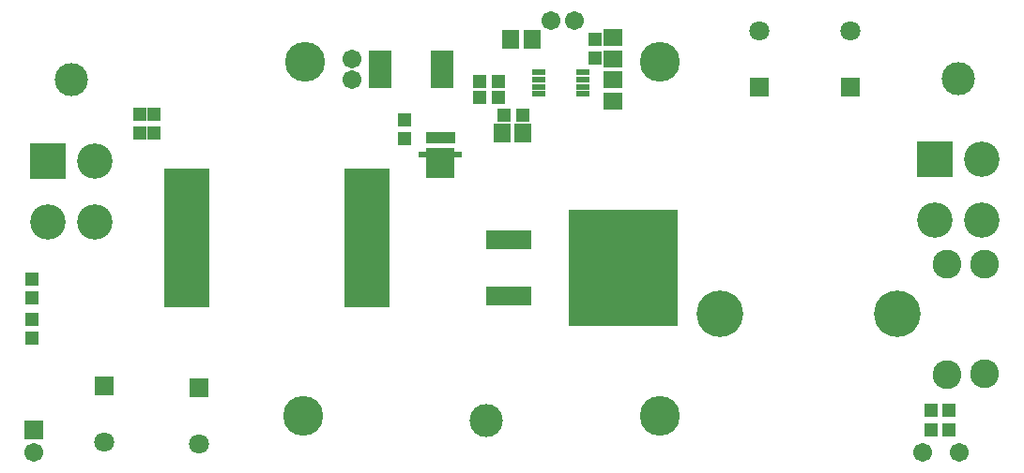
<source format=gts>
G04 DipTrace 2.4.0.2*
%INBoost_converter.GTS*%
%MOMM*%
%ADD41C,3.0*%
%ADD42C,3.6*%
%ADD49C,2.604*%
%ADD51C,1.704*%
%ADD53R,1.154X0.519*%
%ADD55R,2.004X3.404*%
%ADD57R,1.504X1.704*%
%ADD59R,1.704X1.504*%
%ADD61R,0.904X0.604*%
%ADD63R,0.654X1.104*%
%ADD65R,2.654X2.704*%
%ADD67C,4.204*%
%ADD69R,4.029X12.524*%
%ADD71C,1.704*%
%ADD73R,1.704X1.704*%
%ADD75C,3.204*%
%ADD77R,3.204X3.204*%
%ADD79R,9.904X10.604*%
%ADD81R,4.154X1.704*%
%ADD83R,1.304X1.204*%
%ADD85R,1.804X1.804*%
%ADD87C,1.804*%
%ADD89R,1.204X1.304*%
%FSLAX53Y53*%
G04*
G71*
G90*
G75*
G01*
%LNTopMask*%
%LPD*%
D89*
X94561Y15904D3*
Y14204D3*
X92973Y15904D3*
Y14204D3*
D87*
X77415Y50240D3*
D85*
Y45160D3*
D87*
X85671Y50240D3*
D85*
Y45160D3*
D83*
X56143Y42620D3*
X54443D3*
D87*
X26933Y12934D3*
D85*
Y18014D3*
D87*
X18361Y13093D3*
D85*
Y18173D3*
D89*
X21536Y41033D3*
Y42733D3*
X22805Y41033D3*
Y42733D3*
X62652Y47747D3*
Y49447D3*
D83*
X53921Y44208D3*
X52220D3*
D81*
X54873Y31349D3*
Y26269D3*
D79*
X65173Y28809D3*
D89*
X11852Y22459D3*
Y24159D3*
D77*
X13281Y38493D3*
D75*
X17481D3*
Y32993D3*
X13281D3*
D41*
X15381Y45793D3*
D77*
X93291Y38652D3*
D75*
X97490D3*
Y33152D3*
X93291D3*
D41*
X95391Y45952D3*
D73*
X12010Y14141D3*
D71*
Y12141D3*
D69*
X25822Y31508D3*
X42067D3*
D67*
X73925Y24681D3*
X89925D3*
D65*
X48682Y38334D3*
D63*
X47702Y40594D3*
X48352Y40591D3*
X49002Y40589D3*
X49652Y40586D3*
D61*
X50152Y39064D3*
X47177Y39074D3*
D59*
X64239Y47700D3*
Y49601D3*
Y43891D3*
Y45791D3*
D57*
X55032Y49447D3*
X56932D3*
X54238Y41033D3*
X56138D3*
D55*
X48840Y46748D3*
X43240D3*
D89*
X45450Y42200D3*
Y40501D3*
D83*
X53921Y45637D3*
X52220D3*
D89*
X11852Y27764D3*
Y26064D3*
D53*
X61541Y44526D3*
X61538Y45175D3*
X61544Y45822D3*
X61542Y46468D3*
X57592Y44525D3*
X57593Y45172D3*
X57592Y45818D3*
Y46473D3*
D51*
X40744Y47700D3*
Y45796D3*
X92179Y12141D3*
X95513D3*
X58683Y51193D3*
X60747D3*
D42*
X68458Y47474D3*
X36458D3*
X68458Y15474D3*
X36348D3*
D41*
X52809Y14998D3*
D49*
X94406Y19124D3*
Y29144D3*
X97806D3*
Y19224D3*
M02*

</source>
